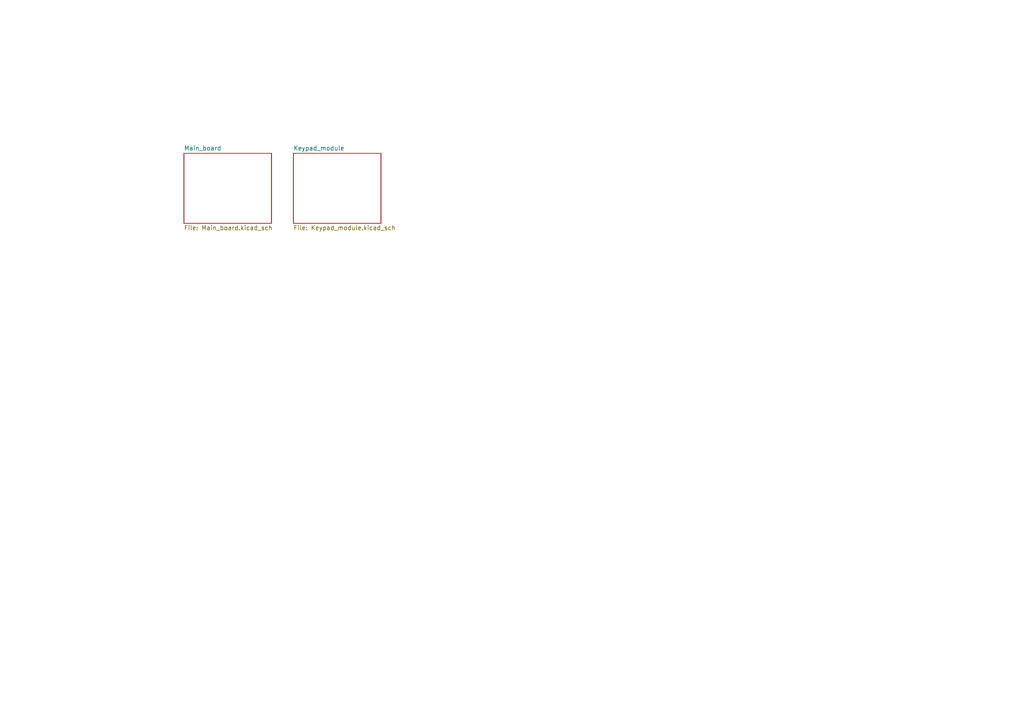
<source format=kicad_sch>
(kicad_sch
	(version 20250114)
	(generator "eeschema")
	(generator_version "9.0")
	(uuid "fa4d5580-8795-4b64-903a-bec98e134c5c")
	(paper "A4")
	(lib_symbols)
	(sheet
		(at 85.09 44.45)
		(size 25.4 20.32)
		(exclude_from_sim no)
		(in_bom yes)
		(on_board yes)
		(dnp no)
		(fields_autoplaced yes)
		(stroke
			(width 0.1524)
			(type solid)
		)
		(fill
			(color 0 0 0 0.0000)
		)
		(uuid "ce80b2d0-ef32-496a-831b-baf9fb5d3f1d")
		(property "Sheetname" "Keypad_module"
			(at 85.09 43.7384 0)
			(effects
				(font
					(size 1.27 1.27)
				)
				(justify left bottom)
			)
		)
		(property "Sheetfile" "Keypad_module.kicad_sch"
			(at 85.09 65.3546 0)
			(effects
				(font
					(size 1.27 1.27)
				)
				(justify left top)
			)
		)
		(instances
			(project "Keyboard"
				(path "/fa4d5580-8795-4b64-903a-bec98e134c5c"
					(page "4")
				)
			)
		)
	)
	(sheet
		(at 53.34 44.45)
		(size 25.4 20.32)
		(exclude_from_sim no)
		(in_bom yes)
		(on_board yes)
		(dnp no)
		(fields_autoplaced yes)
		(stroke
			(width 0.1524)
			(type solid)
		)
		(fill
			(color 0 0 0 0.0000)
		)
		(uuid "e1d0460a-26b5-4c80-87de-a4ebc6ef7767")
		(property "Sheetname" "Main_board"
			(at 53.34 43.7384 0)
			(effects
				(font
					(size 1.27 1.27)
				)
				(justify left bottom)
			)
		)
		(property "Sheetfile" "Main_board.kicad_sch"
			(at 53.34 65.3546 0)
			(effects
				(font
					(size 1.27 1.27)
				)
				(justify left top)
			)
		)
		(instances
			(project "Keyboard"
				(path "/fa4d5580-8795-4b64-903a-bec98e134c5c"
					(page "2")
				)
			)
		)
	)
	(sheet_instances
		(path "/"
			(page "1")
		)
	)
	(embedded_fonts no)
)

</source>
